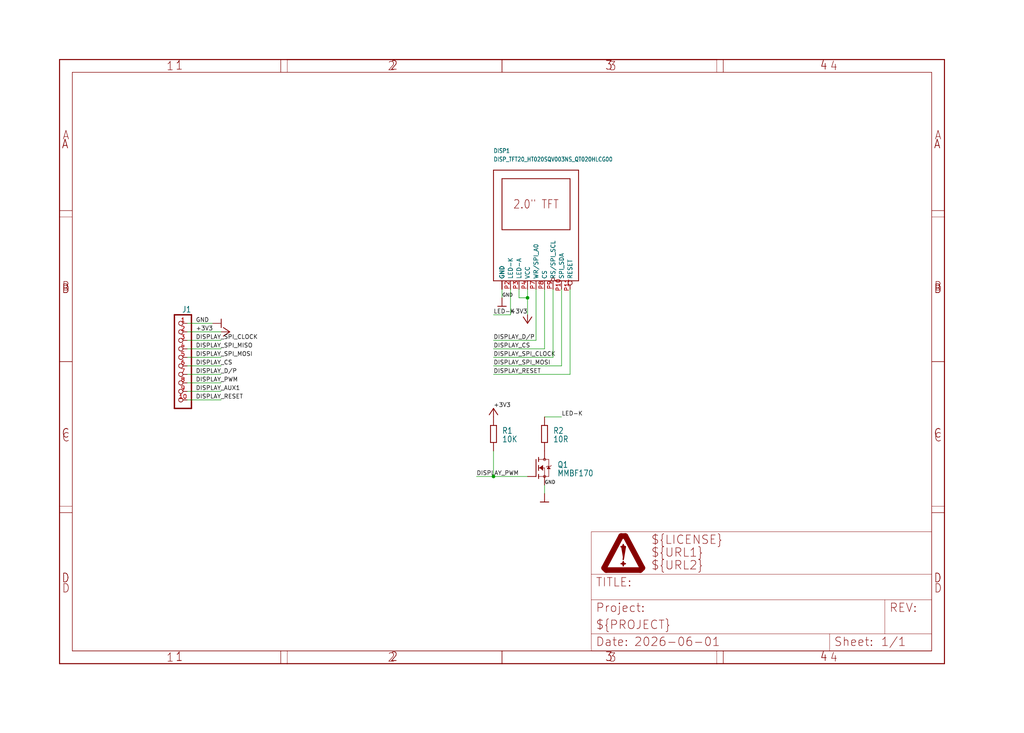
<source format=kicad_sch>
(kicad_sch (version 20230121) (generator eeschema)
  (paper "User" 305.689 218.821)
  (lib_symbols
    (symbol "working-eagle-import:CON-FPC_X05B20L10T"
      (property "Reference" "J" (at -1.27 15.875 0))
      (symbol "CON-FPC_X05B20L10T_1_0"
        (polyline (pts (xy -1.27 -12.7) (xy -1.27 15.24)) (stroke (width 0.4064)))
        (polyline (pts (xy -1.27 15.24) (xy 3.81 15.24)) (stroke (width 0.4064)))
        (polyline (pts (xy 3.81 -12.7) (xy -1.27 -12.7)) (stroke (width 0.4064)))
        (polyline (pts (xy 3.81 15.24) (xy 3.81 -12.7)) (stroke (width 0.4064)))
        (pin passive inverted (at 0 12.7 0) (length 2.54) (name "1") (number "1"))
        (pin passive inverted (at 0 -10.16 0) (length 2.54) (name "10") (number "10"))
        (pin passive inverted (at 0 10.16 0) (length 2.54) (name "2") (number "2"))
        (pin passive inverted (at 0 7.62 0) (length 2.54) (name "3") (number "3"))
        (pin passive inverted (at 0 5.08 0) (length 2.54) (name "4") (number "4"))
        (pin passive inverted (at 0 2.54 0) (length 2.54) (name "5") (number "5"))
        (pin passive inverted (at 0 0 0) (length 2.54) (name "6") (number "6"))
        (pin passive inverted (at 0 -2.54 0) (length 2.54) (name "7") (number "7"))
        (pin passive inverted (at 0 -5.08 0) (length 2.54) (name "8") (number "8"))
        (pin passive inverted (at 0 -7.62 0) (length 2.54) (name "9") (number "9"))
      )
    )
    (symbol "working-eagle-import:DISP_TFT20_HT020SQV003NS_QT020HLCG00"
      (property "Reference" "DISP" (at 0 38.1 0))
      (symbol "DISP_TFT20_HT020SQV003NS_QT020HLCG00_1_0"
        (polyline (pts (xy 0 0) (xy 0 33.02)) (stroke (width 0.254)))
        (polyline (pts (xy 0 33.02) (xy 25.4 33.02)) (stroke (width 0.254)))
        (polyline (pts (xy 2.54 15.24) (xy 2.54 30.48)) (stroke (width 0.254)))
        (polyline (pts (xy 2.54 30.48) (xy 22.86 30.48)) (stroke (width 0.254)))
        (polyline (pts (xy 22.86 15.24) (xy 2.54 15.24)) (stroke (width 0.254)))
        (polyline (pts (xy 22.86 30.48) (xy 22.86 15.24)) (stroke (width 0.254)))
        (polyline (pts (xy 25.4 0) (xy 0 0)) (stroke (width 0.254)))
        (polyline (pts (xy 25.4 33.02) (xy 25.4 0)) (stroke (width 0.254)))
        (text "2.0\" TFT" (at 12.7 22.86 0) (effects (font (size 2.54 2.159))))
        (pin power_in line (at 2.54 -2.54 90) (length 2.54) (name "GND") (number "P1"))
        (pin bidirectional line (at 20.32 -2.54 90) (length 2.54) (name "SPI_SDA") (number "P10"))
        (pin input inverted (at 22.86 -2.54 90) (length 2.54) (name "RESET") (number "P11"))
        (pin power_in line (at 2.54 -2.54 90) (length 2.54) (name "GND") (number "P12"))
        (pin power_in line (at 5.08 -2.54 90) (length 2.54) (name "LED-K") (number "P2"))
        (pin power_in line (at 7.62 -2.54 90) (length 2.54) (name "LED-A") (number "P3"))
        (pin power_in line (at 10.16 -2.54 90) (length 2.54) (name "VCC") (number "P4"))
        (pin power_in line (at 2.54 -2.54 90) (length 2.54) (name "GND") (number "P5"))
        (pin power_in line (at 2.54 -2.54 90) (length 2.54) (name "GND") (number "P6"))
        (pin input line (at 12.7 -2.54 90) (length 2.54) (name "WR/SPI_A0") (number "P7"))
        (pin input line (at 15.24 -2.54 90) (length 2.54) (name "CS") (number "P8"))
        (pin input clock (at 17.78 -2.54 90) (length 2.54) (name "RS/SPI_SCL") (number "P9"))
      )
    )
    (symbol "working-eagle-import:FRAME_DINA4_L"
      (symbol "FRAME_DINA4_L_1_0"
        (polyline (pts (xy 0 0) (xy 67.945 0)) (stroke (width 0.3)))
        (polyline (pts (xy 0 45.085) (xy 3.81 45.085)))
        (polyline (pts (xy 0 46.99) (xy 0 0)) (stroke (width 0.3)))
        (polyline (pts (xy 0 46.99) (xy 3.81 46.99)) (stroke (width 0.1)))
        (polyline (pts (xy 0 90.17) (xy 0 46.99)) (stroke (width 0.3)))
        (polyline (pts (xy 0 90.17) (xy 3.81 90.17)))
        (polyline (pts (xy 0 90.17) (xy 3.81 90.17)) (stroke (width 0.1)))
        (polyline (pts (xy 0 133.35) (xy 0 90.17)) (stroke (width 0.3)))
        (polyline (pts (xy 0 133.35) (xy 3.81 133.35)) (stroke (width 0.1)))
        (polyline (pts (xy 0 135.255) (xy 3.81 135.255)))
        (polyline (pts (xy 0 180.34) (xy 0 133.35)) (stroke (width 0.3)))
        (polyline (pts (xy 3.81 3.81) (xy 3.81 176.53)))
        (polyline (pts (xy 3.81 3.81) (xy 67.945 3.81)) (stroke (width 0.1)))
        (polyline (pts (xy 3.81 46.99) (xy 3.81 3.81)) (stroke (width 0.1)))
        (polyline (pts (xy 3.81 90.17) (xy 3.81 46.99)) (stroke (width 0.1)))
        (polyline (pts (xy 3.81 133.35) (xy 3.81 90.17)) (stroke (width 0.1)))
        (polyline (pts (xy 3.81 176.53) (xy 3.81 133.35)) (stroke (width 0.1)))
        (polyline (pts (xy 66.04 0) (xy 66.04 3.81)))
        (polyline (pts (xy 66.04 176.53) (xy 66.04 180.34)))
        (polyline (pts (xy 67.945 0) (xy 67.945 3.81)) (stroke (width 0.1)))
        (polyline (pts (xy 67.945 0) (xy 132.08 0)) (stroke (width 0.3)))
        (polyline (pts (xy 67.945 3.81) (xy 132.08 3.81)) (stroke (width 0.1)))
        (polyline (pts (xy 67.945 176.53) (xy 3.81 176.53)) (stroke (width 0.1)))
        (polyline (pts (xy 67.945 180.34) (xy 0 180.34)) (stroke (width 0.3)))
        (polyline (pts (xy 67.945 180.34) (xy 67.945 176.53)) (stroke (width 0.1)))
        (polyline (pts (xy 132.08 0) (xy 132.08 3.81)))
        (polyline (pts (xy 132.08 0) (xy 132.08 3.81)) (stroke (width 0.1)))
        (polyline (pts (xy 132.08 0) (xy 196.215 0)) (stroke (width 0.3)))
        (polyline (pts (xy 132.08 3.81) (xy 196.215 3.81)) (stroke (width 0.1)))
        (polyline (pts (xy 132.08 176.53) (xy 67.945 176.53)) (stroke (width 0.1)))
        (polyline (pts (xy 132.08 176.53) (xy 132.08 180.34)))
        (polyline (pts (xy 132.08 180.34) (xy 67.945 180.34)) (stroke (width 0.3)))
        (polyline (pts (xy 132.08 180.34) (xy 132.08 176.53)) (stroke (width 0.1)))
        (polyline (pts (xy 196.215 0) (xy 196.215 3.81)) (stroke (width 0.1)))
        (polyline (pts (xy 196.215 0) (xy 264.16 0)) (stroke (width 0.3)))
        (polyline (pts (xy 196.215 3.81) (xy 260.35 3.81)) (stroke (width 0.1)))
        (polyline (pts (xy 196.215 176.53) (xy 132.08 176.53)) (stroke (width 0.1)))
        (polyline (pts (xy 196.215 180.34) (xy 67.945 180.34)) (stroke (width 0.3)))
        (polyline (pts (xy 196.215 180.34) (xy 132.08 180.34)) (stroke (width 0.3)))
        (polyline (pts (xy 196.215 180.34) (xy 196.215 176.53)) (stroke (width 0.1)))
        (polyline (pts (xy 198.12 0) (xy 198.12 3.81)))
        (polyline (pts (xy 198.12 176.53) (xy 198.12 180.34)))
        (polyline (pts (xy 260.35 3.81) (xy 3.81 3.81)))
        (polyline (pts (xy 260.35 3.81) (xy 260.35 46.99)) (stroke (width 0.1)))
        (polyline (pts (xy 260.35 3.81) (xy 260.35 176.53)))
        (polyline (pts (xy 260.35 45.085) (xy 264.16 45.085)))
        (polyline (pts (xy 260.35 46.99) (xy 260.35 90.17)) (stroke (width 0.1)))
        (polyline (pts (xy 260.35 90.17) (xy 260.35 133.35)) (stroke (width 0.1)))
        (polyline (pts (xy 260.35 90.17) (xy 264.16 90.17)))
        (polyline (pts (xy 260.35 133.35) (xy 260.35 176.53)) (stroke (width 0.1)))
        (polyline (pts (xy 260.35 135.255) (xy 264.16 135.255)))
        (polyline (pts (xy 260.35 176.53) (xy 3.81 176.53)))
        (polyline (pts (xy 260.35 176.53) (xy 196.215 176.53)) (stroke (width 0.1)))
        (polyline (pts (xy 264.16 0) (xy 264.16 46.99)) (stroke (width 0.3)))
        (polyline (pts (xy 264.16 46.99) (xy 260.35 46.99)) (stroke (width 0.1)))
        (polyline (pts (xy 264.16 46.99) (xy 264.16 90.17)) (stroke (width 0.3)))
        (polyline (pts (xy 264.16 90.17) (xy 260.35 90.17)) (stroke (width 0.1)))
        (polyline (pts (xy 264.16 90.17) (xy 264.16 133.35)) (stroke (width 0.3)))
        (polyline (pts (xy 264.16 133.35) (xy 260.35 133.35)) (stroke (width 0.1)))
        (polyline (pts (xy 264.16 133.35) (xy 264.16 180.34)) (stroke (width 0.3)))
        (polyline (pts (xy 264.16 180.34) (xy 196.215 180.34)) (stroke (width 0.3)))
        (polyline (pts (xy 0 0) (xy 264.16 0) (xy 264.16 180.34) (xy 0 180.34) (xy 0 0)))
        (text "1" (at 33.02 1.905 0) (effects (font (size 2.54 2.286))))
        (text "1" (at 33.02 178.435 0) (effects (font (size 2.54 2.286))))
        (text "1" (at 34.5725 0.6 0) (effects (font (size 2.61 2.2185)) (justify left bottom)))
        (text "1" (at 34.5725 0.6 0) (effects (font (size 2.61 2.2185)) (justify left bottom)))
        (text "1" (at 34.5725 177.13 0) (effects (font (size 2.61 2.2185)) (justify left bottom)))
        (text "1" (at 34.5725 177.13 0) (effects (font (size 2.61 2.2185)) (justify left bottom)))
        (text "2" (at 98.7075 0.6 0) (effects (font (size 2.61 2.2185)) (justify left bottom)))
        (text "2" (at 98.7075 0.6 0) (effects (font (size 2.61 2.2185)) (justify left bottom)))
        (text "2" (at 98.7075 177.13 0) (effects (font (size 2.61 2.2185)) (justify left bottom)))
        (text "2" (at 98.7075 177.13 0) (effects (font (size 2.61 2.2185)) (justify left bottom)))
        (text "2" (at 99.06 1.905 0) (effects (font (size 2.54 2.286))))
        (text "2" (at 99.06 178.435 0) (effects (font (size 2.54 2.286))))
        (text "3" (at 162.8425 0.6 0) (effects (font (size 2.61 2.2185)) (justify left bottom)))
        (text "3" (at 162.8425 0.6 0) (effects (font (size 2.61 2.2185)) (justify left bottom)))
        (text "3" (at 162.8425 177.13 0) (effects (font (size 2.61 2.2185)) (justify left bottom)))
        (text "3" (at 162.8425 177.13 0) (effects (font (size 2.61 2.2185)) (justify left bottom)))
        (text "3" (at 165.1 1.905 0) (effects (font (size 2.54 2.286))))
        (text "3" (at 165.1 178.435 0) (effects (font (size 2.54 2.286))))
        (text "4" (at 226.9775 0.6 0) (effects (font (size 2.61 2.2185)) (justify left bottom)))
        (text "4" (at 226.9775 0.6 0) (effects (font (size 2.61 2.2185)) (justify left bottom)))
        (text "4" (at 226.9775 177.13 0) (effects (font (size 2.61 2.2185)) (justify left bottom)))
        (text "4" (at 226.9775 177.13 0) (effects (font (size 2.61 2.2185)) (justify left bottom)))
        (text "4" (at 231.14 1.905 0) (effects (font (size 2.54 2.286))))
        (text "4" (at 231.14 178.435 0) (effects (font (size 2.54 2.286))))
        (text "A" (at 0.6 153.635 0) (effects (font (size 2.61 2.2185)) (justify left bottom)))
        (text "A" (at 0.6 153.635 0) (effects (font (size 2.61 2.2185)) (justify left bottom)))
        (text "A" (at 1.905 157.7975 0) (effects (font (size 2.54 2.286))))
        (text "A" (at 260.95 153.635 0) (effects (font (size 2.61 2.2185)) (justify left bottom)))
        (text "A" (at 260.95 153.635 0) (effects (font (size 2.61 2.2185)) (justify left bottom)))
        (text "A" (at 262.255 157.7975 0) (effects (font (size 2.54 2.286))))
        (text "B" (at 0.6 110.455 0) (effects (font (size 2.61 2.2185)) (justify left bottom)))
        (text "B" (at 0.6 110.455 0) (effects (font (size 2.61 2.2185)) (justify left bottom)))
        (text "B" (at 1.905 112.7125 0) (effects (font (size 2.54 2.286))))
        (text "B" (at 260.95 110.455 0) (effects (font (size 2.61 2.2185)) (justify left bottom)))
        (text "B" (at 260.95 110.455 0) (effects (font (size 2.61 2.2185)) (justify left bottom)))
        (text "B" (at 262.255 112.7125 0) (effects (font (size 2.54 2.286))))
        (text "C" (at 0.6 67.275 0) (effects (font (size 2.61 2.2185)) (justify left bottom)))
        (text "C" (at 0.6 67.275 0) (effects (font (size 2.61 2.2185)) (justify left bottom)))
        (text "C" (at 1.905 67.6275 0) (effects (font (size 2.54 2.286))))
        (text "C" (at 260.95 67.275 0) (effects (font (size 2.61 2.2185)) (justify left bottom)))
        (text "C" (at 260.95 67.275 0) (effects (font (size 2.61 2.2185)) (justify left bottom)))
        (text "C" (at 262.255 67.6275 0) (effects (font (size 2.54 2.286))))
        (text "D" (at 0.6 24.095 0) (effects (font (size 2.61 2.2185)) (justify left bottom)))
        (text "D" (at 0.6 24.095 0) (effects (font (size 2.61 2.2185)) (justify left bottom)))
        (text "D" (at 1.905 22.5425 0) (effects (font (size 2.54 2.286))))
        (text "D" (at 260.95 24.095 0) (effects (font (size 2.61 2.2185)) (justify left bottom)))
        (text "D" (at 260.95 24.095 0) (effects (font (size 2.61 2.2185)) (justify left bottom)))
        (text "D" (at 262.255 22.5425 0) (effects (font (size 2.54 2.286))))
      )
      (symbol "FRAME_DINA4_L_2_0"
        (polyline (pts (xy 0 0) (xy 0 5.08)) (stroke (width 0.1016)))
        (polyline (pts (xy 0 0) (xy 71.12 0)) (stroke (width 0.1016)))
        (polyline (pts (xy 0 5.08) (xy 0 15.24)) (stroke (width 0.1016)))
        (polyline (pts (xy 0 5.08) (xy 71.12 5.08)) (stroke (width 0.1016)))
        (polyline (pts (xy 0 15.24) (xy 0 22.86)) (stroke (width 0.1016)))
        (polyline (pts (xy 0 22.86) (xy 0 35.56)) (stroke (width 0.1016)))
        (polyline (pts (xy 0 22.86) (xy 101.6 22.86)) (stroke (width 0.1016)))
        (polyline (pts (xy 3.81 24.765) (xy 8.89 34.29)) (stroke (width 1.6764)))
        (polyline (pts (xy 4.445 24.13) (xy 3.81 24.765)) (stroke (width 1.6764)))
        (polyline (pts (xy 8.89 34.29) (xy 10.16 34.29)) (stroke (width 1.6764)))
        (polyline (pts (xy 10.16 34.29) (xy 15.24 24.765)) (stroke (width 1.6764)))
        (polyline (pts (xy 14.605 24.13) (xy 4.445 24.13)) (stroke (width 1.6764)))
        (polyline (pts (xy 15.24 24.765) (xy 14.605 24.13)) (stroke (width 1.6764)))
        (polyline (pts (xy 71.12 0) (xy 101.6 0)) (stroke (width 0.1016)))
        (polyline (pts (xy 71.12 5.08) (xy 71.12 0)) (stroke (width 0.1016)))
        (polyline (pts (xy 71.12 5.08) (xy 87.63 5.08)) (stroke (width 0.1016)))
        (polyline (pts (xy 87.63 5.08) (xy 101.6 5.08)) (stroke (width 0.1016)))
        (polyline (pts (xy 87.63 15.24) (xy 0 15.24)) (stroke (width 0.1016)))
        (polyline (pts (xy 87.63 15.24) (xy 87.63 5.08)) (stroke (width 0.1016)))
        (polyline (pts (xy 101.6 5.08) (xy 101.6 0)) (stroke (width 0.1016)))
        (polyline (pts (xy 101.6 15.24) (xy 87.63 15.24)) (stroke (width 0.1016)))
        (polyline (pts (xy 101.6 15.24) (xy 101.6 5.08)) (stroke (width 0.1016)))
        (polyline (pts (xy 101.6 22.86) (xy 101.6 15.24)) (stroke (width 0.1016)))
        (polyline (pts (xy 101.6 35.56) (xy 0 35.56)) (stroke (width 0.1016)))
        (polyline (pts (xy 101.6 35.56) (xy 101.6 22.86)) (stroke (width 0.1016)))
        (polyline (pts (xy 8.89 31.115) (xy 10.16 31.115) (xy 9.525 27.305)) (stroke (width 0.4064)) (fill (type outline)))
        (polyline (pts (xy 8.89 31.115) (xy 9.0151 31.1211) (xy 9.2462 31.2169) (xy 9.4231 31.3938) (xy 9.5189 31.6249) (xy 9.525 31.75) (xy 9.5311 31.6249) (xy 9.6269 31.3938) (xy 9.8038 31.2169) (xy 10.0349 31.1211) (xy 10.16 31.115)) (stroke (width 0.4064)) (fill (type outline)))
        (polyline (pts (xy 9.525 25.4) (xy 9.5311 25.5251) (xy 9.6269 25.7562) (xy 9.8038 25.9331) (xy 10.0349 26.0289) (xy 10.16 26.035) (xy 10.0349 26.0411) (xy 9.8038 26.1369) (xy 9.6269 26.3138) (xy 9.5311 26.5449) (xy 9.525 26.67) (xy 9.5189 26.5449) (xy 9.4231 26.3138) (xy 9.2462 26.1369) (xy 9.0151 26.0411) (xy 8.89 26.035)) (stroke (width 0.4064)) (fill (type outline)))
        (text "${#}/${##}" (at 86.36 1.27 0) (effects (font (size 2.54 2.54)) (justify left bottom)))
        (text "${CURRENT_DATE}" (at 12.7 1.27 0) (effects (font (size 2.54 2.54)) (justify left bottom)))
        (text "${LICENSE}" (at 17.78 31.75 0) (effects (font (size 2.54 2.54)) (justify left bottom)))
        (text "${PROJECTNAME}" (at 17.78 19.05 0) (effects (font (size 2.54 2.54)) (justify left bottom)))
        (text "${PROJECT}" (at 1.27 6.35 0) (effects (font (size 2.54 2.54)) (justify left bottom)))
        (text "${URL1}" (at 17.78 27.94 0) (effects (font (size 2.54 2.54)) (justify left bottom)))
        (text "${URL2}" (at 17.78 24.13 0) (effects (font (size 2.54 2.54)) (justify left bottom)))
        (text "Date:" (at 1.27 1.27 0) (effects (font (size 2.54 2.54)) (justify left bottom)))
        (text "Project:" (at 1.27 11.43 0) (effects (font (size 2.54 2.54)) (justify left bottom)))
        (text "REV:" (at 88.9 11.43 0) (effects (font (size 2.54 2.54)) (justify left bottom)))
        (text "Sheet:" (at 72.39 1.27 0) (effects (font (size 2.54 2.54)) (justify left bottom)))
        (text "TITLE:" (at 1.27 19.05 0) (effects (font (size 2.54 2.54)) (justify left bottom)))
      )
    )
    (symbol "working-eagle-import:R-EU_R0603"
      (property "Reference" "R" (at -3.81 1.4986 0))
      (symbol "R-EU_R0603_1_0"
        (polyline (pts (xy -2.54 -0.889) (xy -2.54 0.889)) (stroke (width 0.254)))
        (polyline (pts (xy -2.54 -0.889) (xy 2.54 -0.889)) (stroke (width 0.254)))
        (polyline (pts (xy 2.54 -0.889) (xy 2.54 0.889)) (stroke (width 0.254)))
        (polyline (pts (xy 2.54 0.889) (xy -2.54 0.889)) (stroke (width 0.254)))
        (pin passive line (at -5.08 0 0) (length 2.54) (name "1") (number "1"))
        (pin passive line (at 5.08 0 180) (length 2.54) (name "2") (number "2"))
      )
    )
    (symbol "working-eagle-import:SUPPLY_+3V3" (power)
      (property "Value" "SUPPLY_+3V3" (at 0 2.54 0))
      (symbol "SUPPLY_+3V3_1_0"
        (polyline (pts (xy 0 2.54) (xy -1.27 0.635)) (stroke (width 0.254)))
        (polyline (pts (xy 1.27 0.635) (xy 0 2.54)) (stroke (width 0.254)))
        (pin power_in line (at 0 0 90) (length 2.54) (name "+3V3") (number "1"))
      )
    )
    (symbol "working-eagle-import:SUPPLY_GND" (power)
      (property "Value" "SUPPLY_GND" (at -1.524 -2.032 0))
      (symbol "SUPPLY_GND_1_0"
        (polyline (pts (xy 1.27 0) (xy -1.27 0)) (stroke (width 0.254)))
        (pin power_in line (at 0 2.54 270) (length 2.54) (name "GND") (number "1"))
      )
    )
    (symbol "working-eagle-import:TRANSISTOR_FET_BS170-SOT-23"
      (property "Reference" "Q" (at -11.43 2.54 0))
      (symbol "TRANSISTOR_FET_BS170-SOT-23_1_0"
        (polyline (pts (xy 0 2.54) (xy 0 -2.54)) (stroke (width 0.254)))
        (polyline (pts (xy 0.762 -2.54) (xy 0.762 -3.175)) (stroke (width 0.254)))
        (polyline (pts (xy 0.762 -1.905) (xy 0.762 -2.54)) (stroke (width 0.254)))
        (polyline (pts (xy 0.762 0) (xy 0.762 -0.762)) (stroke (width 0.254)))
        (polyline (pts (xy 0.762 0) (xy 2.54 0)) (stroke (width 0.1524)))
        (polyline (pts (xy 0.762 0.762) (xy 0.762 0)) (stroke (width 0.254)))
        (polyline (pts (xy 0.762 2.54) (xy 0.762 1.905)) (stroke (width 0.254)))
        (polyline (pts (xy 0.762 2.54) (xy 3.81 2.54)) (stroke (width 0.1524)))
        (polyline (pts (xy 0.762 3.175) (xy 0.762 2.54)) (stroke (width 0.254)))
        (polyline (pts (xy 2.54 -2.54) (xy 0.762 -2.54)) (stroke (width 0.1524)))
        (polyline (pts (xy 2.54 -2.54) (xy 3.81 -2.54)) (stroke (width 0.1524)))
        (polyline (pts (xy 2.54 0) (xy 2.54 -2.54)) (stroke (width 0.1524)))
        (polyline (pts (xy 3.302 0.508) (xy 3.048 0.254)) (stroke (width 0.1524)))
        (polyline (pts (xy 3.81 0.508) (xy 3.302 0.508)) (stroke (width 0.1524)))
        (polyline (pts (xy 3.81 0.508) (xy 3.81 -2.54)) (stroke (width 0.1524)))
        (polyline (pts (xy 3.81 2.54) (xy 3.81 0.508)) (stroke (width 0.1524)))
        (polyline (pts (xy 4.318 0.508) (xy 3.81 0.508)) (stroke (width 0.1524)))
        (polyline (pts (xy 4.572 0.762) (xy 4.318 0.508)) (stroke (width 0.1524)))
        (polyline (pts (xy 1.016 0) (xy 2.032 0.762) (xy 2.032 -0.762)) (stroke (width 0.1524)) (fill (type outline)))
        (polyline (pts (xy 3.81 0.508) (xy 3.302 -0.254) (xy 4.318 -0.254)) (stroke (width 0.1524)) (fill (type outline)))
        (circle (center 2.54 -2.54) (radius 0.3592))
        (circle (center 2.54 2.54) (radius 0.3592))
        (pin passive line (at -2.54 -2.54 0) (length 2.54) (name "G") (number "1"))
        (pin passive line (at 2.54 -5.08 90) (length 2.54) (name "S") (number "2"))
        (pin passive line (at 2.54 5.08 270) (length 2.54) (name "D") (number "3"))
      )
    )
  )
  (junction (at 157.48 88.9))
  (junction (at 147.32 142.24))
  (wire (pts (xy 152.4 93.98) (xy 147.32 93.98)) (stroke (width 0.1524)))
  (wire (pts (xy 55.88 116.84) (xy 66.04 116.84)) (stroke (width 0.1524)))
  (wire (pts (xy 162.56 144.78) (xy 162.56 147.32)) (stroke (width 0.1524)))
  (wire (pts (xy 165.1 106.68) (xy 147.32 106.68)) (stroke (width 0.1524)))
  (wire (pts (xy 162.56 86.36) (xy 162.56 104.14)) (stroke (width 0.1524)))
  (wire (pts (xy 55.88 111.76) (xy 66.04 111.76)) (stroke (width 0.1524)))
  (wire (pts (xy 170.18 86.36) (xy 170.18 111.76)) (stroke (width 0.1524)))
  (wire (pts (xy 167.64 86.36) (xy 167.64 109.22)) (stroke (width 0.1524)))
  (wire (pts (xy 170.18 111.76) (xy 147.32 111.76)) (stroke (width 0.1524)))
  (wire (pts (xy 66.04 99.06) (xy 55.88 99.06)) (stroke (width 0.1524)))
  (wire (pts (xy 154.94 88.9) (xy 157.48 88.9)) (stroke (width 0.1524)))
  (wire (pts (xy 167.64 109.22) (xy 147.32 109.22)) (stroke (width 0.1524)))
  (wire (pts (xy 165.1 86.36) (xy 165.1 106.68)) (stroke (width 0.1524)))
  (wire (pts (xy 154.94 86.36) (xy 154.94 88.9)) (stroke (width 0.1524)))
  (wire (pts (xy 162.56 104.14) (xy 147.32 104.14)) (stroke (width 0.1524)))
  (wire (pts (xy 55.88 101.6) (xy 66.04 101.6)) (stroke (width 0.1524)))
  (wire (pts (xy 152.4 86.36) (xy 152.4 93.98)) (stroke (width 0.1524)))
  (wire (pts (xy 55.88 119.38) (xy 66.04 119.38)) (stroke (width 0.1524)))
  (wire (pts (xy 162.56 124.46) (xy 167.64 124.46)) (stroke (width 0.1524)))
  (wire (pts (xy 55.88 114.3) (xy 66.04 114.3)) (stroke (width 0.1524)))
  (wire (pts (xy 55.88 104.14) (xy 66.04 104.14)) (stroke (width 0.1524)))
  (wire (pts (xy 160.02 101.6) (xy 147.32 101.6)) (stroke (width 0.1524)))
  (wire (pts (xy 55.88 106.68) (xy 66.04 106.68)) (stroke (width 0.1524)))
  (wire (pts (xy 160.02 86.36) (xy 160.02 101.6)) (stroke (width 0.1524)))
  (wire (pts (xy 149.86 88.9) (xy 149.86 86.36)) (stroke (width 0.1524)))
  (wire (pts (xy 147.32 142.24) (xy 147.32 134.62)) (stroke (width 0.1524)))
  (wire (pts (xy 63.5 96.52) (xy 55.88 96.52)) (stroke (width 0.1524)))
  (wire (pts (xy 157.48 88.9) (xy 157.48 93.98)) (stroke (width 0.1524)))
  (wire (pts (xy 147.32 142.24) (xy 142.24 142.24)) (stroke (width 0.1524)))
  (wire (pts (xy 55.88 109.22) (xy 66.04 109.22)) (stroke (width 0.1524)))
  (wire (pts (xy 157.48 142.24) (xy 147.32 142.24)) (stroke (width 0.1524)))
  (wire (pts (xy 157.48 86.36) (xy 157.48 88.9)) (stroke (width 0.1524)))
  (label "DISPLAY_CS" (at 147.32 104.14 0) (effects (font (size 1.2446 1.2446))))
  (label "DISPLAY_D/P" (at 58.42 111.76 0) (effects (font (size 1.2446 1.2446))))
  (label "DISPLAY_D/P" (at 147.32 101.6 0) (effects (font (size 1.2446 1.2446))))
  (label "+3V3" (at 147.32 121.92 0) (effects (font (size 1.2446 1.2446))))
  (label "DISPLAY_RESET" (at 58.42 119.38 0) (effects (font (size 1.2446 1.2446))))
  (label "DISPLAY_SPI_CLOCK" (at 58.42 101.6 0) (effects (font (size 1.2446 1.2446))))
  (label "DISPLAY_SPI_CLOCK" (at 147.32 106.68 0) (effects (font (size 1.2446 1.2446))))
  (label "DISPLAY_SPI_MOSI" (at 147.32 109.22 0) (effects (font (size 1.2446 1.2446))))
  (label "DISPLAY_PWM" (at 142.24 142.24 0) (effects (font (size 1.2446 1.2446))))
  (label "GND" (at 162.56 144.78 0) (effects (font (size 1.016 1.016))))
  (label "GND" (at 58.42 96.52 0) (effects (font (size 1.2446 1.2446))))
  (label "DISPLAY_PWM" (at 58.42 114.3 0) (effects (font (size 1.2446 1.2446))))
  (label "DISPLAY_AUX1" (at 58.42 116.84 0) (effects (font (size 1.2446 1.2446))))
  (label "DISPLAY_RESET" (at 147.32 111.76 0) (effects (font (size 1.2446 1.2446))))
  (label "DISPLAY_SPI_MOSI" (at 58.42 106.68 0) (effects (font (size 1.2446 1.2446))))
  (label "+3V3" (at 58.42 99.06 0) (effects (font (size 1.2446 1.2446))))
  (label "DISPLAY_CS" (at 58.42 109.22 0) (effects (font (size 1.2446 1.2446))))
  (label "GND" (at 149.86 88.9 0) (effects (font (size 1.016 1.016))))
  (label "LED-K" (at 167.64 124.46 0) (effects (font (size 1.2446 1.2446))))
  (label "LED-K" (at 147.32 93.98 0) (effects (font (size 1.2446 1.2446))))
  (label "DISPLAY_SPI_MISO" (at 58.42 104.14 0) (effects (font (size 1.2446 1.2446))))
  (label "+3V3" (at 157.48 93.98 180) (effects (font (size 1.2446 1.2446))))
  (symbol (lib_id "working-eagle-import:SUPPLY_GND") (at 149.86 91.44 0) (unit 1)
    (property "Reference" "#GND3" (effects hide))
    (property "Value" "SUPPLY_GND" (effects hide))
  )
  (symbol (lib_id "working-eagle-import:SUPPLY_+3V3") (at 157.48 93.98 180) (unit 1)
    (property "Reference" "#+3V3" (effects hide))
    (property "Value" "SUPPLY_+3V3" (effects hide))
  )
  (symbol (lib_id "working-eagle-import:R-EU_R0603") (at 147.32 129.54 90) (unit 1)
    (property "Reference" "R1" (at 149.86 129.54 90) (effects (font (size 1.778 1.5113)) (justify right top)))
    (property "Value" "10K" (at 149.86 132.08 90) (effects (font (size 1.778 1.5113)) (justify right top)))
    (property "Footprint" "working:R0603" (effects hide))
  )
  (symbol (lib_id "working-eagle-import:SUPPLY_+3V3") (at 147.32 124.46 0) (unit 1)
    (property "Reference" "#+3V2" (effects hide))
    (property "Value" "SUPPLY_+3V3" (effects hide))
  )
  (symbol (lib_id "working-eagle-import:SUPPLY_+3V3") (at 66.04 99.06 270) (unit 1)
    (property "Reference" "#+3V4" (effects hide))
    (property "Value" "SUPPLY_+3V3" (effects hide))
  )
  (symbol (lib_id "working-eagle-import:SUPPLY_GND") (at 162.56 149.86 0) (unit 1)
    (property "Reference" "#GND2" (effects hide))
    (property "Value" "SUPPLY_GND" (effects hide))
  )
  (symbol (lib_id "working-eagle-import:FRAME_DINA4_L") (at 176.53 194.31 0) (unit 2)
    (property "Reference" "PAGE1" (effects hide))
    (property "Value" "FRAME_DINA4_L" (effects hide))
    (property "Footprint" "working:DP_LOGO" (effects hide))
  )
  (symbol (lib_id "working-eagle-import:DISP_TFT20_HT020SQV003NS_QT020HLCG00") (at 147.32 83.82 0) (unit 1)
    (property "Reference" "DISP1" (at 147.32 45.72 0) (effects (font (size 1.27 1.0795)) (justify left bottom)))
    (property "Value" "DISP_TFT20_HT020SQV003NS_QT020HLCG00" (at 147.32 48.26 0) (effects (font (size 1.27 1.0795)) (justify left bottom)))
    (property "Footprint" "working:HT020SQV003NS_QT020HLCG00" (effects hide))
  )
  (symbol (lib_id "working-eagle-import:FRAME_DINA4_L") (at 17.78 198.12 0) (unit 1)
    (property "Reference" "PAGE1" (effects hide))
    (property "Value" "FRAME_DINA4_L" (effects hide))
    (property "Footprint" "working:DP_LOGO" (effects hide))
  )
  (symbol (lib_id "working-eagle-import:SUPPLY_GND") (at 66.04 96.52 90) (unit 1)
    (property "Reference" "#GND4" (effects hide))
    (property "Value" "SUPPLY_GND" (effects hide))
  )
  (symbol (lib_id "working-eagle-import:CON-FPC_X05B20L10T") (at 55.88 109.22 0) (mirror y) (unit 1)
    (property "Reference" "J1" (at 57.15 93.345 0) (effects (font (size 1.778 1.5113)) (justify left bottom)))
    (property "Value" "CON-FPC_X05B20L10T" (effects hide))
    (property "Footprint" "working:X05B20L10T" (effects hide))
  )
  (symbol (lib_id "working-eagle-import:R-EU_R0603") (at 162.56 129.54 90) (unit 1)
    (property "Reference" "R2" (at 165.1 129.54 90) (effects (font (size 1.778 1.5113)) (justify right top)))
    (property "Value" "10R" (at 165.1 132.08 90) (effects (font (size 1.778 1.5113)) (justify right top)))
    (property "Footprint" "working:R0603" (effects hide))
  )
  (symbol (lib_id "working-eagle-import:TRANSISTOR_FET_BS170-SOT-23") (at 160.02 139.7 0) (unit 1)
    (property "Reference" "Q1" (at 166.37 139.7 0) (effects (font (size 1.778 1.5113)) (justify left bottom)))
    (property "Value" "MMBF170" (at 166.37 142.24 0) (effects (font (size 1.778 1.5113)) (justify left bottom)))
    (property "Footprint" "working:SOT-23" (effects hide))
  )
)
</source>
